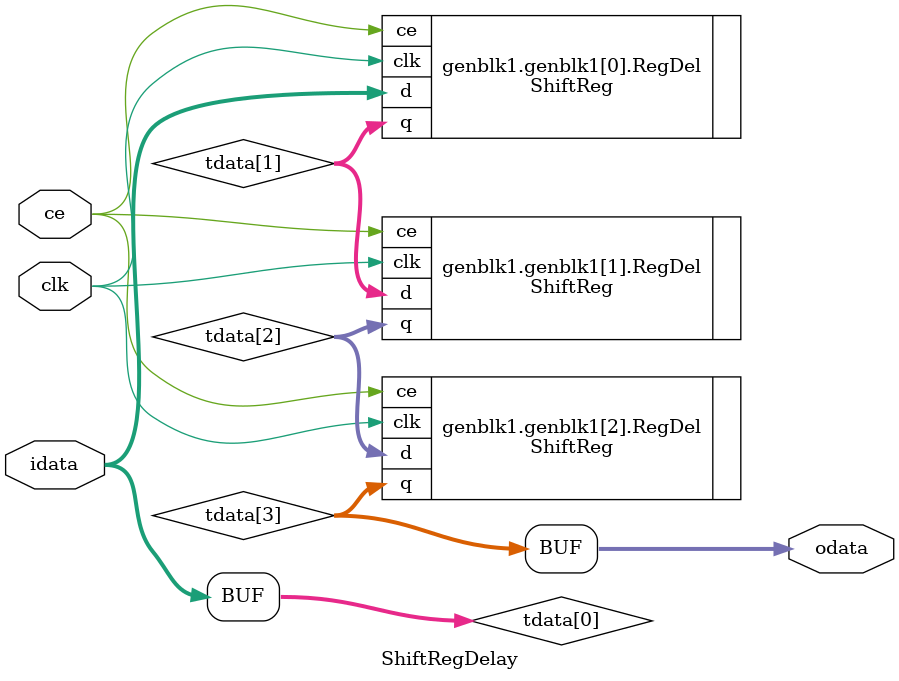
<source format=v>
`timescale 1ns / 1ps



    


module ShiftRegDelay#(
    parameter DELAY = 3, // DELAY tells about number of registers connected in series
    // What is more important, delays is the number of rising edge with which signal
    // from input is seen in output  
    // For DELAY = 3 , signal from input will be in the output together with third rising edge
    // of clock signal 
    parameter N = 8  // DATA BUS WIDTH , 1 bit by default
    ) 

(
    input ce,
    input clk,
    input [ N-1 : 0 ]idata,
    output [ N-1 : 0 ]odata
    );
    
    wire [N-1:0] tdata [DELAY:0];
    
    genvar i;
    
    generate 
    
    if(DELAY==0) 
    begin
        assign odata = idata ;
    end 
    
    else 
    begin 
    
        assign tdata[0] = idata;
        
        for(i=0;i<DELAY;i=i+1) 
        begin
                ShiftReg  # ( .BUS_WIDTH(N) ) RegDel
                ( 
                .d(tdata[i]),
                .q(tdata[i+1]), 
                .clk(clk),
                .ce(ce)
                ); 
        end
        
        assign odata = tdata[DELAY];
    end 
    
    
    
    endgenerate 
    
endmodule

</source>
